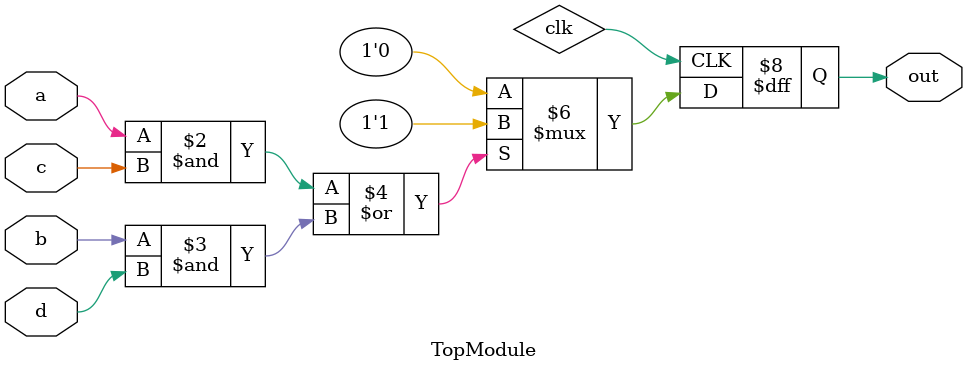
<source format=sv>

module TopModule (
  input a,
  input b,
  input c,
  input d,
  output reg out
);

  always @(posedge clk) begin
    if ((a & c) | (b & d)) begin
      out = 1;
    end else begin
      out = 0;
    end
  end

endmodule

// VERILOG-EVAL: abnormal backticks count
// VERILOG-EVAL: errant inclusion of module definition

</source>
